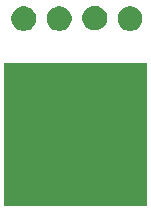
<source format=gbr>
G04 #@! TF.GenerationSoftware,KiCad,Pcbnew,(5.1.5)-3*
G04 #@! TF.CreationDate,2020-02-02T18:50:59-05:00*
G04 #@! TF.ProjectId,Low-Profile USB,4c6f772d-5072-46f6-9669-6c6520555342,rev?*
G04 #@! TF.SameCoordinates,Original*
G04 #@! TF.FileFunction,Soldermask,Bot*
G04 #@! TF.FilePolarity,Negative*
%FSLAX46Y46*%
G04 Gerber Fmt 4.6, Leading zero omitted, Abs format (unit mm)*
G04 Created by KiCad (PCBNEW (5.1.5)-3) date 2020-02-02 18:50:59*
%MOMM*%
%LPD*%
G04 APERTURE LIST*
%ADD10C,0.100000*%
G04 APERTURE END LIST*
D10*
G36*
X152051000Y-98051000D02*
G01*
X139949000Y-98051000D01*
X139949000Y-85949000D01*
X152051000Y-85949000D01*
X152051000Y-98051000D01*
G37*
G36*
X150906564Y-81139389D02*
G01*
X151097833Y-81218615D01*
X151097835Y-81218616D01*
X151195143Y-81283635D01*
X151269973Y-81333635D01*
X151416365Y-81480027D01*
X151531385Y-81652167D01*
X151610611Y-81843436D01*
X151651000Y-82046484D01*
X151651000Y-82253516D01*
X151610611Y-82456564D01*
X151552095Y-82597835D01*
X151531384Y-82647835D01*
X151416365Y-82819973D01*
X151269973Y-82966365D01*
X151097835Y-83081384D01*
X151097834Y-83081385D01*
X151097833Y-83081385D01*
X150906564Y-83160611D01*
X150703516Y-83201000D01*
X150496484Y-83201000D01*
X150293436Y-83160611D01*
X150102167Y-83081385D01*
X150102166Y-83081385D01*
X150102165Y-83081384D01*
X149930027Y-82966365D01*
X149783635Y-82819973D01*
X149668616Y-82647835D01*
X149647905Y-82597835D01*
X149589389Y-82456564D01*
X149549000Y-82253516D01*
X149549000Y-82046484D01*
X149589389Y-81843436D01*
X149668615Y-81652167D01*
X149783635Y-81480027D01*
X149930027Y-81333635D01*
X150004857Y-81283635D01*
X150102165Y-81218616D01*
X150102167Y-81218615D01*
X150293436Y-81139389D01*
X150496484Y-81099000D01*
X150703516Y-81099000D01*
X150906564Y-81139389D01*
G37*
G36*
X144906564Y-81139389D02*
G01*
X145097833Y-81218615D01*
X145097835Y-81218616D01*
X145195143Y-81283635D01*
X145269973Y-81333635D01*
X145416365Y-81480027D01*
X145531385Y-81652167D01*
X145610611Y-81843436D01*
X145651000Y-82046484D01*
X145651000Y-82253516D01*
X145610611Y-82456564D01*
X145552095Y-82597835D01*
X145531384Y-82647835D01*
X145416365Y-82819973D01*
X145269973Y-82966365D01*
X145097835Y-83081384D01*
X145097834Y-83081385D01*
X145097833Y-83081385D01*
X144906564Y-83160611D01*
X144703516Y-83201000D01*
X144496484Y-83201000D01*
X144293436Y-83160611D01*
X144102167Y-83081385D01*
X144102166Y-83081385D01*
X144102165Y-83081384D01*
X143930027Y-82966365D01*
X143783635Y-82819973D01*
X143668616Y-82647835D01*
X143647905Y-82597835D01*
X143589389Y-82456564D01*
X143549000Y-82253516D01*
X143549000Y-82046484D01*
X143589389Y-81843436D01*
X143668615Y-81652167D01*
X143783635Y-81480027D01*
X143930027Y-81333635D01*
X144004857Y-81283635D01*
X144102165Y-81218616D01*
X144102167Y-81218615D01*
X144293436Y-81139389D01*
X144496484Y-81099000D01*
X144703516Y-81099000D01*
X144906564Y-81139389D01*
G37*
G36*
X141906564Y-81139389D02*
G01*
X142097833Y-81218615D01*
X142097835Y-81218616D01*
X142195143Y-81283635D01*
X142269973Y-81333635D01*
X142416365Y-81480027D01*
X142531385Y-81652167D01*
X142610611Y-81843436D01*
X142651000Y-82046484D01*
X142651000Y-82253516D01*
X142610611Y-82456564D01*
X142552095Y-82597835D01*
X142531384Y-82647835D01*
X142416365Y-82819973D01*
X142269973Y-82966365D01*
X142097835Y-83081384D01*
X142097834Y-83081385D01*
X142097833Y-83081385D01*
X141906564Y-83160611D01*
X141703516Y-83201000D01*
X141496484Y-83201000D01*
X141293436Y-83160611D01*
X141102167Y-83081385D01*
X141102166Y-83081385D01*
X141102165Y-83081384D01*
X140930027Y-82966365D01*
X140783635Y-82819973D01*
X140668616Y-82647835D01*
X140647905Y-82597835D01*
X140589389Y-82456564D01*
X140549000Y-82253516D01*
X140549000Y-82046484D01*
X140589389Y-81843436D01*
X140668615Y-81652167D01*
X140783635Y-81480027D01*
X140930027Y-81333635D01*
X141004857Y-81283635D01*
X141102165Y-81218616D01*
X141102167Y-81218615D01*
X141293436Y-81139389D01*
X141496484Y-81099000D01*
X141703516Y-81099000D01*
X141906564Y-81139389D01*
G37*
G36*
X147906564Y-81089389D02*
G01*
X148027277Y-81139390D01*
X148097835Y-81168616D01*
X148172665Y-81218616D01*
X148269973Y-81283635D01*
X148416365Y-81430027D01*
X148531385Y-81602167D01*
X148610611Y-81793436D01*
X148651000Y-81996484D01*
X148651000Y-82203516D01*
X148610611Y-82406564D01*
X148531385Y-82597833D01*
X148531384Y-82597835D01*
X148416365Y-82769973D01*
X148269973Y-82916365D01*
X148097835Y-83031384D01*
X148097834Y-83031385D01*
X148097833Y-83031385D01*
X147906564Y-83110611D01*
X147703516Y-83151000D01*
X147496484Y-83151000D01*
X147293436Y-83110611D01*
X147102167Y-83031385D01*
X147102166Y-83031385D01*
X147102165Y-83031384D01*
X146930027Y-82916365D01*
X146783635Y-82769973D01*
X146668616Y-82597835D01*
X146668615Y-82597833D01*
X146589389Y-82406564D01*
X146549000Y-82203516D01*
X146549000Y-81996484D01*
X146589389Y-81793436D01*
X146668615Y-81602167D01*
X146783635Y-81430027D01*
X146930027Y-81283635D01*
X147027335Y-81218616D01*
X147102165Y-81168616D01*
X147172723Y-81139390D01*
X147293436Y-81089389D01*
X147496484Y-81049000D01*
X147703516Y-81049000D01*
X147906564Y-81089389D01*
G37*
M02*

</source>
